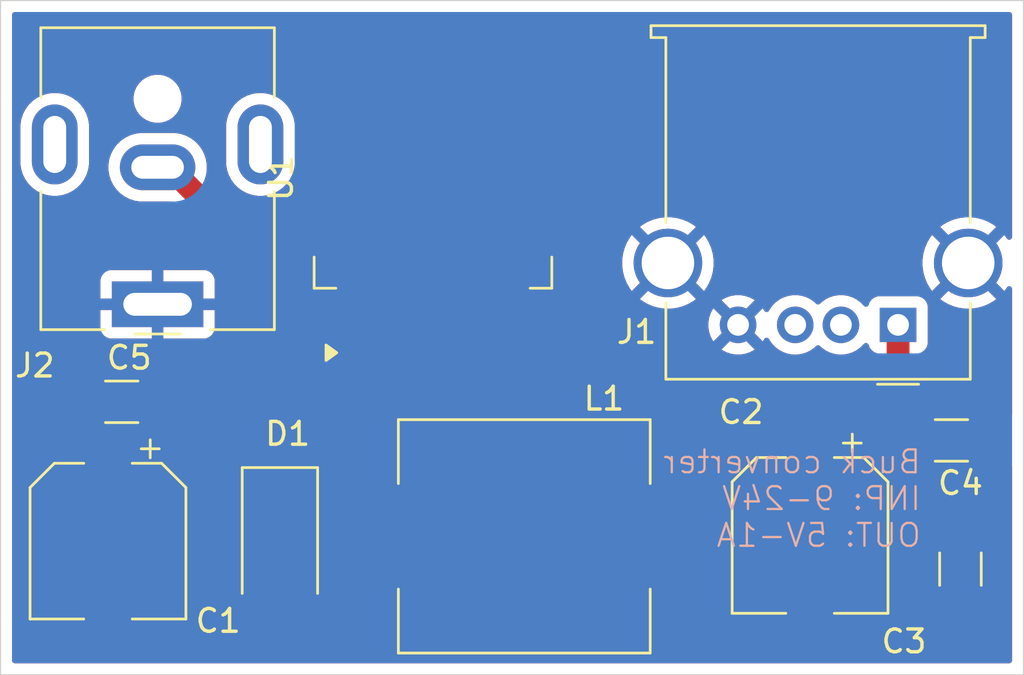
<source format=kicad_pcb>
(kicad_pcb (version 20241229) (generator "pcbnew") (generator_version "9.0")
  (layers (0 "F.Cu" signal) (2 "B.Cu" signal) (13 "F.Paste" user) (15 "B.Paste" user) (5 "F.SilkS" user "F.Silkscreen") (7 "B.SilkS" user "B.Silkscreen") (1 "F.Mask" user) (3 "B.Mask" user) (25 "Edge.Cuts" user))
  (net 0 "")
  (net 1 "GND")
  (net 2 "VOUT")
  (net 3 "VIN")
  (net 4 "Net-(D1-K)")
  (net 7 "Net-(C1-Pad2)")
  (footprint "Capacitor_SMD:C_1206_3216Metric" (layer "F.Cu") (at 97.66 68.17 180)
    (property "Reference" "C5" (at -0.33 1.93 0) (layer "F.SilkS"))
    (property "Value" "1u")
    (fp_line (start -0.711252 0.91) (end 0.711252 0.91) (stroke (width 0.12)) (layer "F.SilkS"))
    (fp_line (start -0.711252 -0.91) (end 0.711252 -0.91) (stroke (width 0.12)) (layer "F.SilkS"))
    (pad "1" smd roundrect (at -1.475 0 180) (size 1.15 1.8) (layers "F.Cu" "F.Mask" "F.Paste") (roundrect_rratio 0.217391) (net 3 "VIN"))
    (pad "2" smd roundrect (at 1.475 0 180) (size 1.15 1.8) (layers "F.Cu" "F.Mask" "F.Paste") (roundrect_rratio 0.217391) (net 7 "Net-(C1-Pad2)"))
  )
  (footprint "Connector_USB:USB_A_Molex_67643_Horizontal" (layer "F.Cu") (at 131.63 64.8 180)
    (property "Reference" "J1" (at 11.44 -0.31 0) (layer "F.SilkS"))
    (property "Value" "USB_A")
    (fp_line (start 10.81 13.1) (end 10.81 12.58) (stroke (width 0.12)) (layer "F.SilkS"))
    (fp_line (start 10.81 12.58) (end 10.16 12.58) (stroke (width 0.12)) (layer "F.SilkS"))
    (fp_line (start 10.16 4.47) (end 10.16 12.58) (stroke (width 0.12)) (layer "F.SilkS"))
    (fp_line (start 10.16 -2.38) (end 10.16 0.95) (stroke (width 0.12)) (layer "F.SilkS"))
    (fp_line (start -0.9 -2.6) (end 0.9 -2.6) (stroke (width 0.12)) (layer "F.SilkS"))
    (fp_line (start -3.16 12.58) (end -3.16 4.47) (stroke (width 0.12)) (layer "F.SilkS"))
    (fp_line (start -3.16 12.58) (end -3.81 12.58) (stroke (width 0.12)) (layer "F.SilkS"))
    (fp_line (start -3.16 -2.38) (end 10.16 -2.38) (stroke (width 0.12)) (layer "F.SilkS"))
    (fp_line (start -3.16 -2.38) (end -3.16 0.95) (stroke (width 0.12)) (layer "F.SilkS"))
    (fp_line (start -3.81 13.1) (end 10.81 13.1) (stroke (width 0.12)) (layer "F.SilkS"))
    (fp_line (start -3.81 12.58) (end -3.81 13.1) (stroke (width 0.12)) (layer "F.SilkS"))
    (pad "1" thru_hole rect (at 0 0 180) (size 1.6 1.5) (drill 0.95) (layers "*.Cu" "*.Mask") (net 2 "VOUT"))
    (pad "2" thru_hole circle (at 2.5 0 180) (size 1.6 1.6) (drill 0.95) (layers "*.Cu" "*.Mask"))
    (pad "3" thru_hole circle (at 4.5 0 180) (size 1.6 1.6) (drill 0.95) (layers "*.Cu" "*.Mask"))
    (pad "4" thru_hole circle (at 7 0 180) (size 1.6 1.6) (drill 0.95) (layers "*.Cu" "*.Mask") (net 1 "GND"))
    (pad "5" thru_hole circle (at -3.07 2.71 180) (size 3 3) (drill 2.3) (layers "*.Cu" "*.Mask") (net 1 "GND"))
    (pad "5" thru_hole circle (at 10.07 2.71 180) (size 3 3) (drill 2.3) (layers "*.Cu" "*.Mask") (net 1 "GND"))
  )
  (footprint "Capacitor_SMD:CP_Elec_6.3x7.7" (layer "F.Cu") (at 97.06 74.27 -90)
    (property "Reference" "C1" (at 3.49 -4.82 180) (layer "F.SilkS"))
    (property "Value" "220u 25v")
    (fp_line (start -2.345563 3.41) (end 3.41 3.41) (stroke (width 0.12)) (layer "F.SilkS"))
    (fp_line (start 3.41 3.41) (end 3.41 1.06) (stroke (width 0.12)) (layer "F.SilkS"))
    (fp_line (start -3.41 2.345563) (end -2.345563 3.41) (stroke (width 0.12)) (layer "F.SilkS"))
    (fp_line (start -3.41 2.345563) (end -3.41 1.06) (stroke (width 0.12)) (layer "F.SilkS"))
    (fp_line (start -4.4375 -1.8475) (end -3.65 -1.8475) (stroke (width 0.12)) (layer "F.SilkS"))
    (fp_line (start -4.04375 -2.24125) (end -4.04375 -1.45375) (stroke (width 0.12)) (layer "F.SilkS"))
    (fp_line (start -3.41 -2.345563) (end -3.41 -1.06) (stroke (width 0.12)) (layer "F.SilkS"))
    (fp_line (start -3.41 -2.345563) (end -2.345563 -3.41) (stroke (width 0.12)) (layer "F.SilkS"))
    (fp_line (start -2.345563 -3.41) (end 3.41 -3.41) (stroke (width 0.12)) (layer "F.SilkS"))
    (fp_line (start 3.41 -3.41) (end 3.41 -1.06) (stroke (width 0.12)) (layer "F.SilkS"))
    (pad "1" smd roundrect (at -2.7 0 270) (size 3.5 1.6) (layers "F.Cu" "F.Mask" "F.Paste") (roundrect_rratio 0.15625) (net 3 "VIN"))
    (pad "2" smd roundrect (at 2.7 0 270) (size 3.5 1.6) (layers "F.Cu" "F.Mask" "F.Paste") (roundrect_rratio 0.15625) (net 7 "Net-(C1-Pad2)"))
  )
  (footprint "Connector_BarrelJack:BarrelJack_CUI_PJ-063AH_Horizontal" (layer "F.Cu") (at 99.23 63.9 180)
    (property "Reference" "J2" (at 5.37 -2.68 0) (layer "F.SilkS"))
    (property "Value" "Jack-DC")
    (fp_line (start 5.11 12.11) (end -5.11 12.11) (stroke (width 0.12)) (layer "F.SilkS"))
    (fp_line (start 5.11 9.05) (end 5.11 12.11) (stroke (width 0.12)) (layer "F.SilkS"))
    (fp_line (start 5.11 -1.11) (end 5.11 4.95) (stroke (width 0.12)) (layer "F.SilkS"))
    (fp_line (start 2.3 -1.11) (end 5.11 -1.11) (stroke (width 0.12)) (layer "F.SilkS"))
    (fp_line (start -1 -1.3) (end 1 -1.3) (stroke (width 0.12)) (layer "F.SilkS"))
    (fp_line (start -5.11 12.11) (end -5.11 9.05) (stroke (width 0.12)) (layer "F.SilkS"))
    (fp_line (start -5.11 4.95) (end -5.11 -1.11) (stroke (width 0.12)) (layer "F.SilkS"))
    (fp_line (start -5.11 -1.11) (end -2.3 -1.11) (stroke (width 0.12)) (layer "F.SilkS"))
    (pad "" np_thru_hole circle (at 0 9 180) (size 1.6 1.6) (drill 1.6) (layers "*.Cu" "*.Mask"))
    (pad "1" thru_hole rect (at 0 0 180) (size 4 2) (drill oval 3 1) (layers "*.Cu" "*.Mask") (net 1 "GND"))
    (pad "2" thru_hole oval (at 0 6 180) (size 3.3 2) (drill oval 2.3 1) (layers "*.Cu" "*.Mask") (net 3 "VIN"))
    (pad "MP" thru_hole oval (at -4.5 7 180) (size 2 3.5) (drill oval 1 2.5) (layers "*.Cu" "*.Mask"))
    (pad "MP" thru_hole oval (at 4.5 7 180) (size 2 3.5) (drill oval 1 2.5) (layers "*.Cu" "*.Mask"))
  )
  (footprint "Package_TO_SOT_SMD:TO-263-5_TabPin3" (layer "F.Cu") (at 111.28 58.37 90)
    (property "Reference" "U1" (at 0 -6.65 90) (layer "F.SilkS"))
    (property "Value" "LM2575-5.0BU")
    (fp_line (start -3.46 -5.2) (end -4.825 -5.2) (stroke (width 0.12)) (layer "F.SilkS"))
    (fp_line (start -4.825 -5.2) (end -4.825 -4.25) (stroke (width 0.12)) (layer "F.SilkS"))
    (fp_line (start -3.46 5.2) (end -4.825 5.2) (stroke (width 0.12)) (layer "F.SilkS"))
    (fp_line (start -4.825 5.2) (end -4.825 4.25) (stroke (width 0.12)) (layer "F.SilkS"))
    (fp_poly (pts (xy -7.65 -4.21) (xy -7.99 -4.68) (xy -7.31 -4.68)) (stroke (width 0.12)) (fill yes) (layer "F.SilkS"))
    (pad "1" smd roundrect (at -7.65 -3.4 90) (size 4.6 1.1) (layers "F.Cu" "F.Mask" "F.Paste") (roundrect_rratio 0.227273) (net 3 "VIN"))
    (pad "2" smd roundrect (at -7.65 -1.7 90) (size 4.6 1.1) (layers "F.Cu" "F.Mask" "F.Paste") (roundrect_rratio 0.227273) (net 4 "Net-(D1-K)"))
    (pad "3" smd roundrect (at -7.65 0 90) (size 4.6 1.1) (layers "F.Cu" "F.Mask" "F.Paste") (roundrect_rratio 0.227273) (net 1 "GND"))
    (pad "3" smd roundrect (at 1.5 0 90) (size 9.4 10.8) (layers "F.Cu" "F.Mask") (roundrect_rratio 0.026596) (net 1 "GND"))
    (pad "4" smd roundrect (at -7.65 1.7 90) (size 4.6 1.1) (layers "F.Cu" "F.Mask" "F.Paste") (roundrect_rratio 0.227273) (net 2 "VOUT"))
    (pad "5" smd roundrect (at -7.65 3.4 90) (size 4.6 1.1) (layers "F.Cu" "F.Mask" "F.Paste") (roundrect_rratio 0.227273) (net 1 "GND"))
  )
  (footprint "Capacitor_SMD:C_1206_3216Metric" (layer "F.Cu") (at 134.36 75.495 -90)
    (property "Reference" "C3" (at 3.165 2.47 0) (layer "F.SilkS"))
    (property "Value" "1u")
    (fp_line (start -0.711252 0.91) (end 0.711252 0.91) (stroke (width 0.12)) (layer "F.SilkS"))
    (fp_line (start -0.711252 -0.91) (end 0.711252 -0.91) (stroke (width 0.12)) (layer "F.SilkS"))
    (pad "1" smd roundrect (at -1.475 0 270) (size 1.15 1.8) (layers "F.Cu" "F.Mask" "F.Paste") (roundrect_rratio 0.217391) (net 2 "VOUT"))
    (pad "2" smd roundrect (at 1.475 0 270) (size 1.15 1.8) (layers "F.Cu" "F.Mask" "F.Paste") (roundrect_rratio 0.217391) (net 1 "GND"))
  )
  (footprint "Inductor_SMD:L_APV_APH1040" (layer "F.Cu") (at 115.275 74.06 180)
    (property "Reference" "L1" (at -3.485 6.03 180) (layer "F.SilkS"))
    (property "Value" "330u")
    (fp_line (start 5.51 5.11) (end -5.51 5.11) (stroke (width 0.12)) (layer "F.SilkS"))
    (fp_line (start 5.51 2.31) (end 5.51 5.11) (stroke (width 0.12)) (layer "F.SilkS"))
    (fp_line (start 5.51 -5.11) (end 5.51 -2.31) (stroke (width 0.12)) (layer "F.SilkS"))
    (fp_line (start -5.51 5.11) (end -5.51 2.31) (stroke (width 0.12)) (layer "F.SilkS"))
    (fp_line (start -5.51 -2.31) (end -5.51 -5.11) (stroke (width 0.12)) (layer "F.SilkS"))
    (fp_line (start -5.51 -5.11) (end 5.51 -5.11) (stroke (width 0.12)) (layer "F.SilkS"))
    (pad "1" smd roundrect (at -4.75 0 180) (size 4.1 4.1) (layers "F.Cu" "F.Mask" "F.Paste") (roundrect_rratio 0.060976) (net 2 "VOUT"))
    (pad "2" smd roundrect (at 4.75 0 180) (size 4.1 4.1) (layers "F.Cu" "F.Mask" "F.Paste") (roundrect_rratio 0.060976) (net 4 "Net-(D1-K)"))
  )
  (footprint "Capacitor_SMD:CP_Elec_6.3x3" (layer "F.Cu") (at 127.78 74.02 -90)
    (property "Reference" "C2" (at -5.4 3.02 0) (layer "F.SilkS"))
    (property "Value" "220u 25v")
    (fp_line (start -2.345563 3.41) (end 3.41 3.41) (stroke (width 0.12)) (layer "F.SilkS"))
    (fp_line (start 3.41 3.41) (end 3.41 1.06) (stroke (width 0.12)) (layer "F.SilkS"))
    (fp_line (start -3.41 2.345563) (end -2.345563 3.41) (stroke (width 0.12)) (layer "F.SilkS"))
    (fp_line (start -3.41 2.345563) (end -3.41 1.06) (stroke (width 0.12)) (layer "F.SilkS"))
    (fp_line (start -4.4375 -1.8475) (end -3.65 -1.8475) (stroke (width 0.12)) (layer "F.SilkS"))
    (fp_line (start -4.04375 -2.24125) (end -4.04375 -1.45375) (stroke (width 0.12)) (layer "F.SilkS"))
    (fp_line (start -3.41 -2.345563) (end -3.41 -1.06) (stroke (width 0.12)) (layer "F.SilkS"))
    (fp_line (start -3.41 -2.345563) (end -2.345563 -3.41) (stroke (width 0.12)) (layer "F.SilkS"))
    (fp_line (start -2.345563 -3.41) (end 3.41 -3.41) (stroke (width 0.12)) (layer "F.SilkS"))
    (fp_line (start 3.41 -3.41) (end 3.41 -1.06) (stroke (width 0.12)) (layer "F.SilkS"))
    (pad "1" smd roundrect (at -2.7 0 270) (size 3.5 1.6) (layers "F.Cu" "F.Mask" "F.Paste") (roundrect_rratio 0.15625) (net 2 "VOUT"))
    (pad "2" smd roundrect (at 2.7 0 270) (size 3.5 1.6) (layers "F.Cu" "F.Mask" "F.Paste") (roundrect_rratio 0.15625) (net 1 "GND"))
  )
  (footprint "Diode_SMD:D_SMA" (layer "F.Cu") (at 104.5825 74.56 -90)
    (property "Reference" "D1" (at -4.99 -0.3375 180) (layer "F.SilkS"))
    (property "Value" "1N5711UR")
    (fp_line (start -3.51 1.65) (end 2 1.65) (stroke (width 0.12)) (layer "F.SilkS"))
    (fp_line (start -3.51 -1.65) (end -3.51 1.65) (stroke (width 0.12)) (layer "F.SilkS"))
    (fp_line (start -3.51 -1.65) (end 2 -1.65) (stroke (width 0.12)) (layer "F.SilkS"))
    (pad "1" smd roundrect (at -2 0 270) (size 2.5 1.8) (layers "F.Cu" "F.Mask" "F.Paste") (roundrect_rratio 0.1388888889) (net 4 "Net-(D1-K)"))
    (pad "2" smd roundrect (at 2 0 270) (size 2.5 1.8) (layers "F.Cu" "F.Mask" "F.Paste") (roundrect_rratio 0.1388888889) (net 1 "GND"))
  )
  (footprint "Capacitor_SMD:C_1206_3216Metric" (layer "F.Cu") (at 133.965 69.86)
    (property "Reference" "C4" (at 0.395 1.87 0) (layer "F.SilkS"))
    (property "Value" "100n")
    (fp_line (start -0.711252 -0.91) (end 0.711252 -0.91) (stroke (width 0.12)) (layer "F.SilkS"))
    (fp_line (start -0.711252 0.91) (end 0.711252 0.91) (stroke (width 0.12)) (layer "F.SilkS"))
    (pad "1" smd roundrect (at -1.475 0) (size 1.15 1.8) (layers "F.Cu" "F.Mask" "F.Paste") (roundrect_rratio 0.217391) (net 2 "VOUT"))
    (pad "2" smd roundrect (at 1.475 0) (size 1.15 1.8) (layers "F.Cu" "F.Mask" "F.Paste") (roundrect_rratio 0.217391) (net 1 "GND"))
  )
  (gr_rect (start 92.36 50.6) (end 137.12 80.12) (stroke (width 0.05)) (fill no) (layer "Edge.Cuts"))
  (gr_text "Buck converter\nINP: 9-24V \nOUT: 5V-1A" (at 132.7 74.6 0) (layer "B.SilkS") (effects (font (size 1 1) (thickness 0.1)) (justify left bottom mirror)))
  (segment (start 131.63 69) (end 132.49 69.86) (width 1) (layer "F.Cu") (net 2))
  (segment (start 127.78 71.32) (end 131.03 71.32) (width 1) (layer "F.Cu") (net 2))
  (segment (start 122.765 71.32) (end 120.025 74.06) (width 1) (layer "F.Cu") (net 2))
  (segment (start 127.78 71.32) (end 122.765 71.32) (width 1) (layer "F.Cu") (net 2))
  (segment (start 131.63 64.8) (end 131.63 69) (width 1) (layer "F.Cu") (net 2))
  (segment (start 131.03 71.32) (end 132.49 69.86) (width 1) (layer "F.Cu") (net 2))
  (segment (start 118.7 74.06) (end 120.025 74.06) (width 1) (layer "F.Cu") (net 2))
  (segment (start 134.36 74.02) (end 134.36 71.73) (width 1) (layer "F.Cu") (net 2))
  (segment (start 113.02 68.38) (end 118.7 74.06) (width 1) (layer "F.Cu") (net 2))
  (segment (start 134.36 71.73) (end 132.49 69.86) (width 1) (layer "F.Cu") (net 2))
  (segment (start 113.02 66.08) (end 113.02 68.38) (width 1) (layer "F.Cu") (net 2))
  (segment (start 97.06 71.57) (end 98.92 71.57) (width 1) (layer "F.Cu") (net 3))
  (segment (start 103.255 61.415) (end 103.255 66.08) (width 1) (layer "F.Cu") (net 3))
  (segment (start 103.255 66.08) (end 107.92 66.08) (width 1) (layer "F.Cu") (net 3))
  (segment (start 98.92 71.57) (end 103.255 67.235) (width 1) (layer "F.Cu") (net 3))
  (segment (start 99.74 57.9) (end 103.255 61.415) (width 1) (layer "F.Cu") (net 3))
  (segment (start 99.135 68.17) (end 102.32 68.17) (width 1) (layer "F.Cu") (net 3))
  (segment (start 99.23 57.9) (end 99.74 57.9) (width 1) (layer "F.Cu") (net 3))
  (segment (start 102.32 68.17) (end 103.255 67.235) (width 1) (layer "F.Cu") (net 3))
  (segment (start 103.255 67.235) (end 103.255 61.415) (width 1) (layer "F.Cu") (net 3))
  (segment (start 109.025 72.56) (end 110.525 74.06) (width 1) (layer "F.Cu") (net 4))
  (segment (start 109.62 73.155) (end 109.62 66.08) (width 1) (layer "F.Cu") (net 4))
  (segment (start 104.5825 72.56) (end 109.025 72.56) (width 1) (layer "F.Cu") (net 4))
  (segment (start 110.525 74.06) (end 109.62 73.155) (width 1) (layer "F.Cu") (net 4))
  (zone (net 1) (net_name "GND") (layers "F.Cu" "B.Cu") (connect_pads (clearance 0.5)) (min_thickness 0.25) (fill yes (thermal_gap 0.5) (thermal_bridge_width 0.5))
    (polygon (pts (xy 137.12 80.11) (xy 92.36 80.12) (xy 92.36 50.6) (xy 137.12 50.6)))
  )
)
</source>
